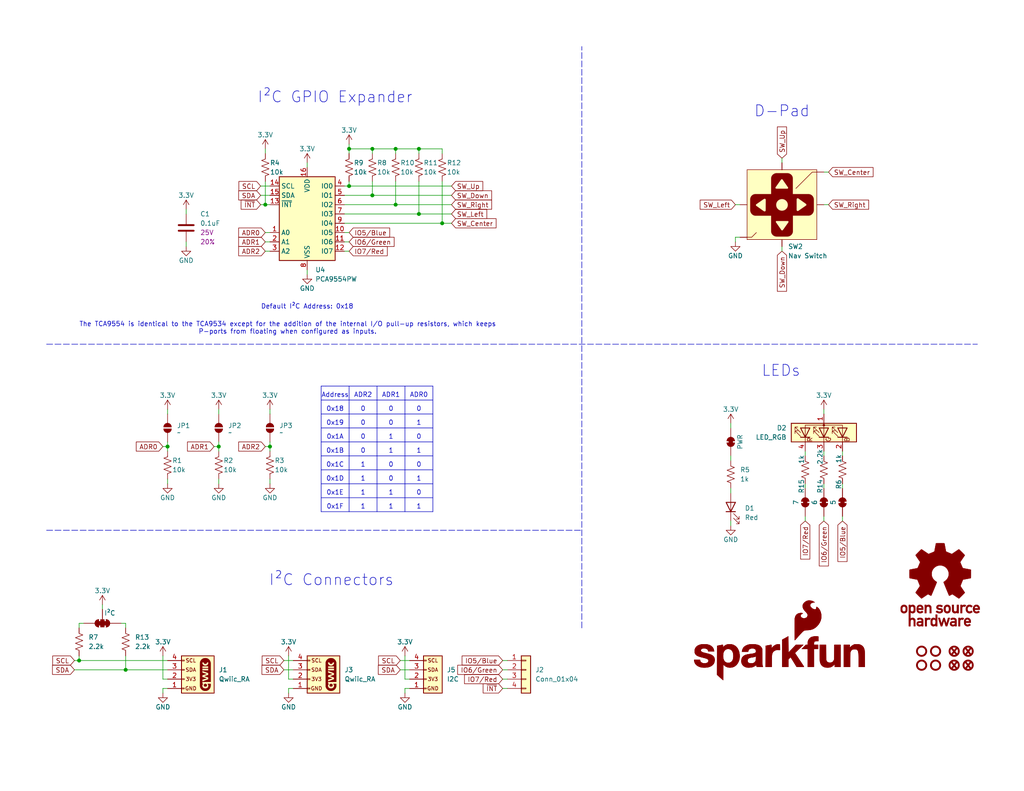
<source format=kicad_sch>
(kicad_sch (version 20231120) (generator "eeschema") (generator_version "8.0")
  (paper "USLetter")
  (title_block (title "SparkFun Qwiic Directional Pad") (date "2024-10-17") (rev "v11") (comment 1 "Designed by: N. Seidle"))
  (lib_symbols
    (symbol "SparkFun-Aesthetic:Fiducial_0.5mm"
      (symbol "Fiducial_0.5mm_1_1"
        (text "x" (at 0 0.254 0) (effects (font (size 2.5 2.5) (bold yes))))
      )
    )
    (symbol "SparkFun-Aesthetic:OSHW_Logo" (pin_names (offset 1.016)) (in_bom no))
    (symbol "SparkFun-Aesthetic:SparkFun_Logo" (pin_names (offset 1.016)) (on_board no))
    (symbol "SparkFun-Capacitor:0.1uF_0603_25V_20%" (pin_numbers hide) (pin_names (offset 0.254))
      (property "Reference" "C" (at 0.635 2.54 0))
      (property "Value" "0.1uF" (at 0.635 -2.54 0))
      (property "Voltage" "25V" (at 0 -6.35 0))
      (property "Tolerance" "20%" (at 0 -8.89 0))
      (symbol "0.1uF_0603_25V_20%_1_1"
        (pin passive line (at 0 3.81 270) (length 2.794) (name "~") (number "1"))
        (pin passive line (at 0 -3.81 90) (length 2.794) (name "~") (number "2"))
      )
    )
    (symbol "SparkFun-Connector:Conn_01x04" (pin_names (offset 1.016) hide)
      (property "Reference" "J" (at 0 5.08 0))
      (property "Value" "Conn_01x04" (at 0 -7.62 0))
      (symbol "Conn_01x04_1_1"
        (pin passive line (at -5.08 2.54 0) (length 3.81) (name "Pin_1") (number "1"))
        (pin passive line (at -5.08 0 0) (length 3.81) (name "Pin_2") (number "2"))
        (pin passive line (at -5.08 -2.54 0) (length 3.81) (name "Pin_3") (number "3"))
        (pin passive line (at -5.08 -5.08 0) (length 3.81) (name "Pin_4") (number "4"))
      )
    )
    (symbol "SparkFun-Connector:I2C_01x04" (pin_names (offset 1.016) hide)
      (property "Reference" "J" (at 0 5.08 0))
      (property "Value" "I2C" (at 0 -7.62 0))
      (symbol "I2C_01x04_1_1"
        (text "3V3" (at 1.27 -2.54 0) (effects (font (size 1 1))))
        (text "GND" (at 1.27 -5.08 0) (effects (font (size 1 1))))
        (text "SCL" (at 1.27 2.54 0) (effects (font (size 1 1))))
        (text "SDA" (at 1.27 0 0) (effects (font (size 1 1))))
        (pin passive line (at -5.08 -5.08 0) (length 3.81) (name "Pin_1") (number "1"))
        (pin passive line (at -5.08 -2.54 0) (length 3.81) (name "Pin_2") (number "2"))
        (pin passive line (at -5.08 0 0) (length 3.81) (name "Pin_3") (number "3"))
        (pin passive line (at -5.08 2.54 0) (length 3.81) (name "Pin_4") (number "4"))
      )
    )
    (symbol "SparkFun-Connector:Qwiic_Right_Angle" (pin_names (offset 1.016) hide)
      (property "Reference" "J" (at 0 5.08 0))
      (property "Value" "Qwiic_RA" (at 0 -7.62 0))
      (symbol "Qwiic_Right_Angle_1_1"
        (text "3V3" (at 1.27 -2.54 0) (effects (font (size 1 1))))
        (text "GND" (at 1.27 -5.08 0) (effects (font (size 1 1))))
        (text "SCL" (at 1.27 2.54 0) (effects (font (size 1 1))))
        (text "SDA" (at 1.27 0 0) (effects (font (size 1 1))))
        (pin passive line (at -5.08 -5.08 0) (length 3.81) (name "Pin_1") (number "1"))
        (pin passive line (at -5.08 -2.54 0) (length 3.81) (name "Pin_2") (number "2"))
        (pin passive line (at -5.08 0 0) (length 3.81) (name "Pin_3") (number "3"))
        (pin passive line (at -5.08 2.54 0) (length 3.81) (name "Pin_4") (number "4"))
        (pin no_connect line (at 5.08 3.81 270) (length 2.54) hide (name "NC") (number "NC1"))
        (pin no_connect line (at 6.35 3.81 270) (length 2.54) hide (name "NC") (number "NC2"))
      )
    )
    (symbol "SparkFun-Hardware:Standoff")
    (symbol "SparkFun-IC-Special-Function:PCA9554PW"
      (property "Reference" "U" (at -7.62 11.43 0))
      (property "Value" "PCA9554PW" (at 2.54 11.43 0))
      (symbol "PCA9554PW_1_1"
        (pin input line (at -10.16 -5.08 0) (length 2.54) (name "A0") (number "1"))
        (pin bidirectional line (at 10.16 -5.08 180) (length 2.54) (name "IO5") (number "10"))
        (pin bidirectional line (at 10.16 -7.62 180) (length 2.54) (name "IO6") (number "11"))
        (pin bidirectional line (at 10.16 -10.16 180) (length 2.54) (name "IO7") (number "12"))
        (pin output line (at -10.16 2.54 0) (length 2.54) (name "~{INT}") (number "13"))
        (pin input line (at -10.16 7.62 0) (length 2.54) (name "SCL") (number "14"))
        (pin bidirectional line (at -10.16 5.08 0) (length 2.54) (name "SDA") (number "15"))
        (pin power_in line (at 0 12.7 270) (length 2.54) (name "VDD") (number "16"))
        (pin input line (at -10.16 -7.62 0) (length 2.54) (name "A1") (number "2"))
        (pin input line (at -10.16 -10.16 0) (length 2.54) (name "A2") (number "3"))
        (pin bidirectional line (at 10.16 7.62 180) (length 2.54) (name "IO0") (number "4"))
        (pin bidirectional line (at 10.16 5.08 180) (length 2.54) (name "IO1") (number "5"))
        (pin bidirectional line (at 10.16 2.54 180) (length 2.54) (name "IO2") (number "6"))
        (pin bidirectional line (at 10.16 0 180) (length 2.54) (name "IO3") (number "7"))
        (pin power_in line (at 0 -15.24 90) (length 2.54) (name "VSS") (number "8"))
        (pin bidirectional line (at 10.16 -2.54 180) (length 2.54) (name "IO4") (number "9"))
      )
    )
    (symbol "SparkFun-Jumper:SolderJumper_2_Bridged" (pin_numbers hide) (pin_names (offset 0) hide)
      (property "Reference" "JP" (at 0 2.032 0))
      (property "Value" "~" (at 0 -2.54 0))
      (symbol "SolderJumper_2_Bridged_1_1"
        (pin passive line (at -3.81 0 0) (length 2.54) (name "A") (number "1"))
        (pin passive line (at 3.81 0 180) (length 2.54) (name "B") (number "2"))
      )
    )
    (symbol "SparkFun-Jumper:SolderJumper_2_Open" (pin_numbers hide) (pin_names (offset 0) hide)
      (property "Reference" "JP" (at 0 2.032 0))
      (property "Value" "~" (at 0 -2.54 0))
      (symbol "SolderJumper_2_Open_1_1"
        (pin passive line (at -3.81 0 0) (length 2.54) (name "A") (number "1"))
        (pin passive line (at 3.81 0 180) (length 2.54) (name "B") (number "2"))
      )
    )
    (symbol "SparkFun-Jumper:SolderJumper_3_Bridged123" (pin_numbers hide) (pin_names (offset 0) hide)
      (property "Reference" "JP" (at 0 2.54 0))
      (property "Value" "~" (at 3.81 1.27 0))
      (symbol "SolderJumper_3_Bridged123_1_1"
        (pin passive line (at -5.08 0 0) (length 2.54) (name "A") (number "1"))
        (pin passive line (at 0 -3.81 90) (length 2.54) (name "C") (number "2"))
        (pin passive line (at 5.08 0 180) (length 2.54) (name "B") (number "3"))
      )
    )
    (symbol "SparkFun-LED:LED_RGB_1205_Bottom" (pin_names (offset 0) hide)
      (property "Reference" "D" (at 0 10.16 0))
      (property "Value" "LED_RGB" (at 0 -10.16 0))
      (symbol "LED_RGB_1205_Bottom_0_0"
        (text "B" (at -1.905 -6.35 0) (effects (font (size 1.27 1.27))))
        (text "G" (at -1.905 -1.27 0) (effects (font (size 1.27 1.27))))
        (text "R" (at -1.905 3.81 0) (effects (font (size 1.27 1.27))))
      )
      (symbol "LED_RGB_1205_Bottom_1_1"
        (pin passive line (at 5.08 0 180) (length 2.54) (name "A") (number "1"))
        (pin passive line (at -5.08 -5.08 0) (length 2.54) (name "BK") (number "2"))
        (pin passive line (at -5.08 0 0) (length 2.54) (name "GK") (number "3"))
        (pin passive line (at -5.08 5.08 0) (length 2.54) (name "RK") (number "4"))
      )
    )
    (symbol "SparkFun-LED:LED_Red_0603" (pin_numbers hide) (pin_names (offset 1.016) hide)
      (property "Reference" "D" (at 0 2.54 0))
      (property "Value" "Red" (at 0 -2.54 0))
      (symbol "LED_Red_0603_1_1"
        (pin passive line (at -3.81 0 0) (length 2.54) (name "K") (number "1"))
        (pin passive line (at 3.81 0 180) (length 2.54) (name "A") (number "2"))
      )
    )
    (symbol "SparkFun-PowerSymbol:3.3V" (power) (pin_names (offset 0))
      (property "Value" "3.3V" (at 0 3.81 0))
      (symbol "3.3V_1_1"
        (pin power_in line (at 0 0 90) (length 0) hide (name "3.3V") (number "1"))
      )
    )
    (symbol "SparkFun-PowerSymbol:GND" (power) (pin_names (offset 0))
      (property "Value" "GND" (at 0 -3.81 0))
      (symbol "GND_1_1"
        (pin power_in line (at 0 0 270) (length 0) hide (name "GND") (number "1"))
      )
    )
    (symbol "SparkFun-Resistor:10k_0603" (pin_numbers hide) (pin_names (offset 0))
      (property "Reference" "R" (at 0 -2.54 0))
      (property "Value" "10k" (at 0 2.54 0))
      (symbol "10k_0603_1_1"
        (pin passive line (at 3.81 0 180) (length 1.27) (name "~") (number "1"))
        (pin passive line (at -3.81 0 0) (length 1.27) (name "~") (number "2"))
      )
    )
    (symbol "SparkFun-Resistor:1k_0603" (pin_numbers hide) (pin_names (offset 0))
      (property "Reference" "R" (at 0 -2.54 0))
      (property "Value" "1k" (at 0 2.54 0))
      (symbol "1k_0603_1_1"
        (pin passive line (at 3.81 0 180) (length 1.27) (name "~") (number "1"))
        (pin passive line (at -3.81 0 0) (length 1.27) (name "~") (number "2"))
      )
    )
    (symbol "SparkFun-Resistor:2.2k_0603" (pin_numbers hide) (pin_names (offset 0))
      (property "Reference" "R" (at 0 -2.54 0))
      (property "Value" "2.2k" (at 0 2.54 0))
      (symbol "2.2k_0603_1_1"
        (pin passive line (at 3.81 0 180) (length 1.27) (name "~") (number "1"))
        (pin passive line (at -3.81 0 0) (length 1.27) (name "~") (number "2"))
      )
    )
    (symbol "SparkFun-Switch:Navigation_5Way_SMD_9.9x9.9mm" (pin_numbers hide) (pin_names (offset 0) hide)
      (property "Reference" "SW" (at -8.255 10.795 0))
      (property "Value" "Nav Switch" (at 6.985 -10.795 0))
      (symbol "Navigation_5Way_SMD_9.9x9.9mm_1_1"
        (pin passive line (at 0 11.43 270) (length 1.905) (name "Up") (number "1"))
        (pin passive line (at -11.43 -8.89 0) (length 1.905) (name "GND") (number "10"))
        (pin passive line (at 11.43 0 180) (length 1.905) (name "Right") (number "2"))
        (pin passive line (at -11.43 -8.89 0) (length 1.905) hide (name "GND") (number "3"))
        (pin passive line (at 11.43 8.89 180) (length 1.905) (name "Center") (number "4"))
        (pin passive line (at 0 -11.43 90) (length 1.905) (name "Down") (number "5"))
        (pin passive line (at -11.43 -8.89 0) (length 1.905) hide (name "GND") (number "6"))
        (pin passive line (at -11.43 0 0) (length 1.905) (name "Left") (number "7"))
        (pin passive line (at -11.43 -8.89 0) (length 1.905) hide (name "GND") (number "8"))
        (pin passive line (at -11.43 -8.89 0) (length 1.905) hide (name "GND") (number "9"))
      )
    )
  )
  (junction (at 114.3 40.64))
  (junction (at 120.65 60.96))
  (junction (at 107.95 55.88))
  (junction (at 34.29 182.88))
  (junction (at 95.25 50.8))
  (junction (at 59.69 121.92))
  (junction (at 21.59 180.34))
  (junction (at 107.95 40.64))
  (junction (at 95.25 40.64))
  (junction (at 101.6 53.34))
  (junction (at 72.39 55.88))
  (junction (at 114.3 58.42))
  (junction (at 45.72 121.92))
  (junction (at 101.6 40.64))
  (junction (at 73.66 121.92))
  (wire (pts (xy 72.39 121.92) (xy 73.66 121.92)))
  (polyline (pts (xy 110.49 105.41) (xy 110.49 139.7)))
  (wire (pts (xy 114.3 40.64) (xy 114.3 41.91)))
  (wire (pts (xy 224.79 142.24) (xy 224.79 140.97)))
  (wire (pts (xy 21.59 170.18) (xy 21.59 171.45)))
  (wire (pts (xy 114.3 58.42) (xy 93.98 58.42)))
  (wire (pts (xy 33.02 170.18) (xy 34.29 170.18)))
  (wire (pts (xy 45.72 185.42) (xy 44.45 185.42)))
  (wire (pts (xy 73.66 121.92) (xy 73.66 120.65)))
  (wire (pts (xy 72.39 68.58) (xy 73.66 68.58)))
  (polyline (pts (xy 87.63 135.89) (xy 118.11 135.89)))
  (wire (pts (xy 72.39 40.64) (xy 72.39 41.91)))
  (polyline (pts (xy 87.63 105.41) (xy 87.63 139.7)))
  (wire (pts (xy 107.95 55.88) (xy 93.98 55.88)))
  (wire (pts (xy 77.47 180.34) (xy 80.01 180.34)))
  (wire (pts (xy 73.66 55.88) (xy 72.39 55.88)))
  (wire (pts (xy 95.25 63.5) (xy 93.98 63.5)))
  (wire (pts (xy 34.29 170.18) (xy 34.29 171.45)))
  (wire (pts (xy 95.25 49.53) (xy 95.25 50.8)))
  (wire (pts (xy 80.01 187.96) (xy 78.74 187.96)))
  (wire (pts (xy 71.12 50.8) (xy 73.66 50.8)))
  (wire (pts (xy 44.45 121.92) (xy 45.72 121.92)))
  (wire (pts (xy 22.86 170.18) (xy 21.59 170.18)))
  (wire (pts (xy 224.79 124.46) (xy 224.79 123.19)))
  (wire (pts (xy 45.72 132.08) (xy 45.72 130.81)))
  (wire (pts (xy 110.49 179.07) (xy 110.49 185.42)))
  (wire (pts (xy 123.19 58.42) (xy 114.3 58.42)))
  (wire (pts (xy 114.3 40.64) (xy 120.65 40.64)))
  (wire (pts (xy 101.6 40.64) (xy 101.6 41.91)))
  (wire (pts (xy 111.76 185.42) (xy 110.49 185.42)))
  (wire (pts (xy 27.94 165.1) (xy 27.94 166.37)))
  (wire (pts (xy 200.66 55.88) (xy 201.93 55.88)))
  (polyline (pts (xy 95.25 105.41) (xy 95.25 139.7)))
  (wire (pts (xy 95.25 40.64) (xy 101.6 40.64)))
  (wire (pts (xy 123.19 60.96) (xy 120.65 60.96)))
  (wire (pts (xy 213.36 68.58) (xy 213.36 67.31)))
  (polyline (pts (xy 118.11 139.7) (xy 118.11 105.41)))
  (wire (pts (xy 111.76 187.96) (xy 110.49 187.96)))
  (wire (pts (xy 137.16 182.88) (xy 138.43 182.88)))
  (wire (pts (xy 109.22 182.88) (xy 111.76 182.88)))
  (polyline (pts (xy 12.7 144.78) (xy 158.75 144.78)) (stroke (width 0) (type dash)))
  (wire (pts (xy 224.79 133.35) (xy 224.79 132.08)))
  (wire (pts (xy 224.79 111.76) (xy 224.79 113.03)))
  (wire (pts (xy 72.39 66.04) (xy 73.66 66.04)))
  (wire (pts (xy 219.71 124.46) (xy 219.71 123.19)))
  (polyline (pts (xy 87.63 105.41) (xy 88.9 105.41)))
  (wire (pts (xy 199.39 134.62) (xy 199.39 133.35)))
  (wire (pts (xy 45.72 121.92) (xy 45.72 120.65)))
  (wire (pts (xy 72.39 63.5) (xy 73.66 63.5)))
  (wire (pts (xy 229.87 133.35) (xy 229.87 132.08)))
  (wire (pts (xy 229.87 142.24) (xy 229.87 140.97)))
  (wire (pts (xy 101.6 49.53) (xy 101.6 53.34)))
  (wire (pts (xy 20.32 180.34) (xy 21.59 180.34)))
  (wire (pts (xy 226.06 55.88) (xy 224.79 55.88)))
  (wire (pts (xy 78.74 179.07) (xy 78.74 185.42)))
  (wire (pts (xy 20.32 182.88) (xy 34.29 182.88)))
  (wire (pts (xy 44.45 187.96) (xy 44.45 189.23)))
  (wire (pts (xy 34.29 182.88) (xy 45.72 182.88)))
  (wire (pts (xy 213.36 43.18) (xy 213.36 44.45)))
  (wire (pts (xy 123.19 50.8) (xy 95.25 50.8)))
  (polyline (pts (xy 87.63 113.03) (xy 118.11 113.03)))
  (wire (pts (xy 45.72 187.96) (xy 44.45 187.96)))
  (polyline (pts (xy 87.63 116.84) (xy 118.11 116.84)))
  (wire (pts (xy 58.42 121.92) (xy 59.69 121.92)))
  (wire (pts (xy 72.39 49.53) (xy 72.39 55.88)))
  (polyline (pts (xy 102.87 105.41) (xy 102.87 139.7)))
  (wire (pts (xy 199.39 125.73) (xy 199.39 124.46)))
  (wire (pts (xy 123.19 53.34) (xy 101.6 53.34)))
  (wire (pts (xy 219.71 133.35) (xy 219.71 132.08)))
  (wire (pts (xy 21.59 180.34) (xy 45.72 180.34)))
  (wire (pts (xy 107.95 40.64) (xy 114.3 40.64)))
  (wire (pts (xy 83.82 44.45) (xy 83.82 45.72)))
  (wire (pts (xy 78.74 187.96) (xy 78.74 189.23)))
  (wire (pts (xy 200.66 64.77) (xy 200.66 66.04)))
  (wire (pts (xy 137.16 180.34) (xy 138.43 180.34)))
  (wire (pts (xy 120.65 41.91) (xy 120.65 40.64)))
  (wire (pts (xy 21.59 179.07) (xy 21.59 180.34)))
  (polyline (pts (xy 12.7 93.98) (xy 139.7 93.98)) (stroke (width 0) (type dash)))
  (wire (pts (xy 59.69 123.19) (xy 59.69 121.92)))
  (wire (pts (xy 120.65 49.53) (xy 120.65 60.96)))
  (wire (pts (xy 224.79 46.99) (xy 226.06 46.99)))
  (wire (pts (xy 107.95 49.53) (xy 107.95 55.88)))
  (wire (pts (xy 95.25 50.8) (xy 93.98 50.8)))
  (polyline (pts (xy 87.63 128.27) (xy 118.11 128.27)))
  (wire (pts (xy 199.39 115.57) (xy 199.39 116.84)))
  (wire (pts (xy 109.22 180.34) (xy 111.76 180.34)))
  (polyline (pts (xy 87.63 109.22) (xy 118.11 109.22)))
  (wire (pts (xy 229.87 124.46) (xy 229.87 123.19)))
  (wire (pts (xy 44.45 179.07) (xy 44.45 185.42)))
  (wire (pts (xy 73.66 123.19) (xy 73.66 121.92)))
  (polyline (pts (xy 88.9 105.41) (xy 118.11 105.41)))
  (polyline (pts (xy 87.63 139.7) (xy 118.11 139.7)))
  (polyline (pts (xy 87.63 120.65) (xy 118.11 120.65)))
  (wire (pts (xy 107.95 40.64) (xy 107.95 41.91)))
  (wire (pts (xy 95.25 66.04) (xy 93.98 66.04)))
  (wire (pts (xy 73.66 132.08) (xy 73.66 130.81)))
  (wire (pts (xy 59.69 132.08) (xy 59.69 130.81)))
  (polyline (pts (xy 87.63 132.08) (xy 118.11 132.08)))
  (wire (pts (xy 199.39 142.24) (xy 199.39 143.51)))
  (wire (pts (xy 110.49 187.96) (xy 110.49 189.23)))
  (wire (pts (xy 77.47 182.88) (xy 80.01 182.88)))
  (wire (pts (xy 123.19 55.88) (xy 107.95 55.88)))
  (wire (pts (xy 120.65 60.96) (xy 93.98 60.96)))
  (wire (pts (xy 59.69 121.92) (xy 59.69 120.65)))
  (wire (pts (xy 59.69 111.76) (xy 59.69 113.03)))
  (wire (pts (xy 71.12 53.34) (xy 73.66 53.34)))
  (wire (pts (xy 219.71 142.24) (xy 219.71 140.97)))
  (wire (pts (xy 34.29 179.07) (xy 34.29 182.88)))
  (wire (pts (xy 50.8 57.15) (xy 50.8 58.42)))
  (wire (pts (xy 45.72 111.76) (xy 45.72 113.03)))
  (wire (pts (xy 73.66 111.76) (xy 73.66 113.03)))
  (wire (pts (xy 114.3 49.53) (xy 114.3 58.42)))
  (wire (pts (xy 50.8 67.31) (xy 50.8 66.04)))
  (wire (pts (xy 101.6 40.64) (xy 107.95 40.64)))
  (wire (pts (xy 83.82 74.93) (xy 83.82 73.66)))
  (wire (pts (xy 137.16 187.96) (xy 138.43 187.96)))
  (wire (pts (xy 71.12 55.88) (xy 72.39 55.88)))
  (wire (pts (xy 95.25 40.64) (xy 95.25 41.91)))
  (wire (pts (xy 80.01 185.42) (xy 78.74 185.42)))
  (wire (pts (xy 137.16 185.42) (xy 138.43 185.42)))
  (polyline (pts (xy 139.7 93.98) (xy 266.7 93.98)) (stroke (width 0) (type dash)))
  (wire (pts (xy 95.25 39.37) (xy 95.25 40.64)))
  (wire (pts (xy 45.72 123.19) (xy 45.72 121.92)))
  (wire (pts (xy 95.25 68.58) (xy 93.98 68.58)))
  (wire (pts (xy 101.6 53.34) (xy 93.98 53.34)))
  (polyline (pts (xy 87.63 124.46) (xy 118.11 124.46)))
  (wire (pts (xy 201.93 64.77) (xy 200.66 64.77)))
  (polyline (pts (xy 158.75 171.45) (xy 158.75 12.7)) (stroke (width 0) (type dash)))
  (text "1" (at 114.3 130.81 0) (effects (font (size 1.27 1.27))))
  (text "1" (at 99.06 127 0) (effects (font (size 1.27 1.27))))
  (text "0" (at 114.3 119.38 0) (effects (font (size 1.27 1.27))))
  (text "1" (at 114.3 123.19 0) (effects (font (size 1.27 1.27))))
  (text "1" (at 114.3 138.43 0) (effects (font (size 1.27 1.27))))
  (text "1" (at 99.06 130.81 0) (effects (font (size 1.27 1.27))))
  (text "0" (at 106.68 115.57 0) (effects (font (size 1.27 1.27))))
  (text "0" (at 106.68 127 0) (effects (font (size 1.27 1.27))))
  (text "Default I²C Address: 0x18" (at 83.82 83.82 0) (effects (font (size 1.27 1.27))))
  (text "1" (at 114.3 115.57 0) (effects (font (size 1.27 1.27))))
  (text "I²C GPIO Expander" (at 91.44 26.67 0) (effects (font (size 3 3))))
  (text "0x18" (at 91.44 111.76 0) (effects (font (size 1.27 1.27))))
  (text "0" (at 99.06 123.19 0) (effects (font (size 1.27 1.27))))
  (text "I²C Connectors" (at 90.424 158.496 0) (effects (font (size 3 3))))
  (text "0" (at 99.06 119.38 0) (effects (font (size 1.27 1.27))))
  (text "ADR2" (at 99.06 107.95 0) (effects (font (size 1.27 1.27))))
  (text "0" (at 106.68 130.81 0) (effects (font (size 1.27 1.27))))
  (text "0" (at 106.68 111.76 0) (effects (font (size 1.27 1.27))))
  (text "1" (at 106.68 138.43 0) (effects (font (size 1.27 1.27))))
  (text "ADR0" (at 114.3 107.95 0) (effects (font (size 1.27 1.27))))
  (text "0x1B" (at 91.44 123.19 0) (effects (font (size 1.27 1.27))))
  (text "The TCA9554 is identical to the TCA9534 except for the addition of the internal I/O pull-up resistors, which keeps\nP-ports from floating when configured as inputs." (at 78.486 89.662 0) (effects (font (size 1.27 1.27))))
  (text "0x1A" (at 91.44 119.38 0) (effects (font (size 1.27 1.27))))
  (text "1" (at 106.68 123.19 0) (effects (font (size 1.27 1.27))))
  (text "LEDs\n" (at 213.106 101.346 0) (effects (font (size 3 3))))
  (text "0x1D" (at 91.44 130.81 0) (effects (font (size 1.27 1.27))))
  (text "0" (at 114.3 134.62 0) (effects (font (size 1.27 1.27))))
  (text "0x1E" (at 91.44 134.62 0) (effects (font (size 1.27 1.27))))
  (text "0x1C" (at 91.44 127 0) (effects (font (size 1.27 1.27))))
  (text "0" (at 114.3 111.76 0) (effects (font (size 1.27 1.27))))
  (text "D-Pad" (at 213.36 30.48 0) (effects (font (size 3 3))))
  (text "0x1F" (at 91.44 138.43 0) (effects (font (size 1.27 1.27))))
  (text "ADR1" (at 106.68 107.95 0) (effects (font (size 1.27 1.27))))
  (text "1" (at 99.06 134.62 0) (effects (font (size 1.27 1.27))))
  (text "0x19" (at 91.44 115.57 0) (effects (font (size 1.27 1.27))))
  (text "1" (at 106.68 119.38 0) (effects (font (size 1.27 1.27))))
  (text "1" (at 99.06 138.43 0) (effects (font (size 1.27 1.27))))
  (text "1" (at 106.68 134.62 0) (effects (font (size 1.27 1.27))))
  (text "0" (at 99.06 111.76 0) (effects (font (size 1.27 1.27))))
  (text "0" (at 114.3 127 0) (effects (font (size 1.27 1.27))))
  (text "0" (at 99.06 115.57 0) (effects (font (size 1.27 1.27))))
  (text "Address" (at 91.44 107.95 0) (effects (font (size 1.27 1.27))))
  (global_label "SCL" (shape input) (at 71.12 50.8 180) (property "Intersheetrefs" "${INTERSHEET_REFS}" (effects (hide yes))))
  (global_label "ADR1" (shape input) (at 72.39 66.04 180) (property "Intersheetrefs" "${INTERSHEET_REFS}" (effects (hide yes))))
  (global_label "SW_Left" (shape input) (at 123.19 58.42 0) (property "Intersheetrefs" "${INTERSHEET_REFS}" (effects (hide yes))))
  (global_label "SDA" (shape input) (at 71.12 53.34 180) (property "Intersheetrefs" "${INTERSHEET_REFS}" (effects (hide yes))))
  (global_label "IO7{slash}Red" (shape input) (at 95.25 68.58 0) (property "Intersheetrefs" "${INTERSHEET_REFS}" (effects (hide yes))))
  (global_label "IO7{slash}Red" (shape input) (at 219.71 142.24 270) (property "Intersheetrefs" "${INTERSHEET_REFS}" (effects (hide yes))))
  (global_label "ADR0" (shape input) (at 72.39 63.5 180) (property "Intersheetrefs" "${INTERSHEET_REFS}" (effects (hide yes))))
  (global_label "ADR2" (shape input) (at 72.39 68.58 180) (property "Intersheetrefs" "${INTERSHEET_REFS}" (effects (hide yes))))
  (global_label "SDA" (shape input) (at 20.32 182.88 180) (property "Intersheetrefs" "${INTERSHEET_REFS}" (effects (hide yes))))
  (global_label "SCL" (shape input) (at 109.22 180.34 180) (property "Intersheetrefs" "${INTERSHEET_REFS}" (effects (hide yes))))
  (global_label "IO5{slash}Blue" (shape input) (at 137.16 180.34 180) (property "Intersheetrefs" "${INTERSHEET_REFS}" (effects (hide yes))))
  (global_label "~{INT}" (shape input) (at 71.12 55.88 180) (property "Intersheetrefs" "${INTERSHEET_REFS}" (effects (hide yes))))
  (global_label "SCL" (shape input) (at 20.32 180.34 180) (property "Intersheetrefs" "${INTERSHEET_REFS}" (effects (hide yes))))
  (global_label "SW_Right" (shape input) (at 123.19 55.88 0) (property "Intersheetrefs" "${INTERSHEET_REFS}" (effects (hide yes))))
  (global_label "SCL" (shape input) (at 77.47 180.34 180) (property "Intersheetrefs" "${INTERSHEET_REFS}" (effects (hide yes))))
  (global_label "IO6{slash}Green" (shape input) (at 137.16 182.88 180) (property "Intersheetrefs" "${INTERSHEET_REFS}" (effects (hide yes))))
  (global_label "SW_Right" (shape input) (at 226.06 55.88 0) (property "Intersheetrefs" "${INTERSHEET_REFS}" (effects (hide yes))))
  (global_label "ADR2" (shape input) (at 72.39 121.92 180) (property "Intersheetrefs" "${INTERSHEET_REFS}" (effects (hide yes))))
  (global_label "IO6{slash}Green" (shape input) (at 224.79 142.24 270) (property "Intersheetrefs" "${INTERSHEET_REFS}" (effects (hide yes))))
  (global_label "~{INT}" (shape input) (at 137.16 187.96 180) (property "Intersheetrefs" "${INTERSHEET_REFS}" (effects (hide yes))))
  (global_label "ADR1" (shape input) (at 58.42 121.92 180) (property "Intersheetrefs" "${INTERSHEET_REFS}" (effects (hide yes))))
  (global_label "ADR0" (shape input) (at 44.45 121.92 180) (property "Intersheetrefs" "${INTERSHEET_REFS}" (effects (hide yes))))
  (global_label "SDA" (shape input) (at 109.22 182.88 180) (property "Intersheetrefs" "${INTERSHEET_REFS}" (effects (hide yes))))
  (global_label "SW_Up" (shape input) (at 123.19 50.8 0) (property "Intersheetrefs" "${INTERSHEET_REFS}" (effects (hide yes))))
  (global_label "SW_Center" (shape input) (at 123.19 60.96 0) (property "Intersheetrefs" "${INTERSHEET_REFS}" (effects (hide yes))))
  (global_label "IO5{slash}Blue" (shape input) (at 95.25 63.5 0) (property "Intersheetrefs" "${INTERSHEET_REFS}" (effects (hide yes))))
  (global_label "SW_Down" (shape input) (at 213.36 68.58 270) (property "Intersheetrefs" "${INTERSHEET_REFS}" (effects (hide yes))))
  (global_label "SW_Center" (shape input) (at 226.06 46.99 0) (property "Intersheetrefs" "${INTERSHEET_REFS}" (effects (hide yes))))
  (global_label "SDA" (shape input) (at 77.47 182.88 180) (property "Intersheetrefs" "${INTERSHEET_REFS}" (effects (hide yes))))
  (global_label "IO7{slash}Red" (shape input) (at 137.16 185.42 180) (property "Intersheetrefs" "${INTERSHEET_REFS}" (effects (hide yes))))
  (global_label "SW_Left" (shape input) (at 200.66 55.88 180) (property "Intersheetrefs" "${INTERSHEET_REFS}" (effects (hide yes))))
  (global_label "SW_Up" (shape input) (at 213.36 43.18 90) (property "Intersheetrefs" "${INTERSHEET_REFS}" (effects (hide yes))))
  (global_label "IO6{slash}Green" (shape input) (at 95.25 66.04 0) (property "Intersheetrefs" "${INTERSHEET_REFS}" (effects (hide yes))))
  (global_label "IO5{slash}Blue" (shape input) (at 229.87 142.24 270) (property "Intersheetrefs" "${INTERSHEET_REFS}" (effects (hide yes))))
  (global_label "SW_Down" (shape input) (at 123.19 53.34 0) (property "Intersheetrefs" "${INTERSHEET_REFS}" (effects (hide yes))))
  (symbol (lib_id "SparkFun-Hardware:Standoff") (at 251.46 181.61 0) (unit 1)
    (property "Reference" "ST4" (effects (hide yes)))
    (property "Value" "Standoff" (effects (hide yes)))
    (property "Footprint" "SparkFun-Hardware:Standoff" (effects (hide yes)))
    (property "Description" "Drill holes for mechanically mounting via screws, standoffs, etc." (effects (hide yes)))
  )
  (symbol (lib_id "SparkFun-Resistor:2.2k_0603") (at 224.79 128.27 270) (unit 1)
    (property "Reference" "R14" (at 223.774 130.81 0) (effects (justify left)))
    (property "Value" "2.2k" (at 223.774 124.714 0))
    (property "Footprint" "SparkFun-Resistor:R_0603_1608Metric" (effects (hide yes)))
    (property "Datasheet" "https://www.vishay.com/docs/20035/dcrcwe3.pdf" (effects (hide yes)))
    (property "Description" "Resistor" (effects (hide yes)))
    (property "PROD_ID" "RES-08272" (effects (hide yes)))
  )
  (symbol (lib_id "SparkFun-Jumper:SolderJumper_2_Open") (at 73.66 116.84 90) (unit 1)
    (property "Reference" "JP3" (at 76.2 116.2049 90) (effects (justify right)))
    (property "Value" "~" (at 76.2 118.11 90) (effects (justify right)))
    (property "Footprint" "SparkFun-Jumper:Jumper_2_NO" (effects (hide yes)))
    (property "Description" "Solder Jumper, 2-pole, open" (effects (hide yes)))
  )
  (symbol (lib_id "SparkFun-PowerSymbol:GND") (at 50.8 67.31 0) (unit 1)
    (property "Reference" "#PWR015" (effects (hide yes)))
    (property "Value" "GND" (at 50.8 71.12 0))
    (property "Description" "Power symbol creates a global label with name \"GND\" , ground" (effects (hide yes)))
  )
  (symbol (lib_id "SparkFun-Resistor:10k_0603") (at 72.39 45.72 90) (mirror x) (unit 1)
    (property "Reference" "R4" (at 73.66 44.45 90) (effects (justify right)))
    (property "Value" "10k" (at 73.66 46.99 90) (effects (justify right)))
    (property "Footprint" "SparkFun-Resistor:R_0603_1608Metric" (effects (hide yes)))
    (property "Datasheet" "https://www.vishay.com/docs/20035/dcrcwe3.pdf" (effects (hide yes)))
    (property "Description" "Resistor" (effects (hide yes)))
    (property "PROD_ID" "RES-00824" (effects (hide yes)))
  )
  (symbol (lib_id "SparkFun-Aesthetic:SparkFun_Logo") (at 212.09 179.07 0) (unit 1) (on_board no)
    (property "Reference" "G5" (effects (hide yes)))
    (property "Value" "SparkFun_Logo" (effects (hide yes)))
    (property "Footprint" "SparkFun-Aesthetic:SparkFun_Logo_8mm" (effects (hide yes)))
  )
  (symbol (lib_id "SparkFun-LED:LED_Red_0603") (at 199.39 138.43 90) (unit 1)
    (property "Reference" "D1" (at 203.2 138.7475 90) (effects (justify right)))
    (property "Value" "Red" (at 203.2 141.2875 90) (effects (justify right)))
    (property "Footprint" "SparkFun-LED:LED_0603_1608Metric_Red" (effects (hide yes)))
    (property "Datasheet" "https://docs.broadcom.com/docs/AV02-0551EN" (effects (hide yes)))
    (property "Description" "Light emitting diode" (effects (hide yes)))
    (property "PROD_ID" "DIO-17976" (effects (hide yes)))
  )
  (symbol (lib_id "SparkFun-Resistor:10k_0603") (at 59.69 127 90) (mirror x) (unit 1)
    (property "Reference" "R2" (at 60.96 125.73 90) (effects (justify right)))
    (property "Value" "10k" (at 60.96 128.27 90) (effects (justify right)))
    (property "Footprint" "SparkFun-Resistor:R_0603_1608Metric" (effects (hide yes)))
    (property "Datasheet" "https://www.vishay.com/docs/20035/dcrcwe3.pdf" (effects (hide yes)))
    (property "Description" "Resistor" (effects (hide yes)))
    (property "PROD_ID" "RES-00824" (effects (hide yes)))
  )
  (symbol (lib_id "SparkFun-LED:LED_RGB_1205_Bottom") (at 224.79 118.11 90) (unit 1)
    (property "Reference" "D2" (at 214.63 116.8399 90) (effects (justify left)))
    (property "Value" "LED_RGB" (at 214.63 119.3799 90) (effects (justify left)))
    (property "Footprint" "SparkFun-LED:LED_1205_RGB_Bottom" (effects (hide yes)))
    (property "Datasheet" "https://cdn.sparkfun.com/assets/a/1/8/3/f/MEIHUA-MHT151RGBCT.pdf" (effects (hide yes)))
    (property "Description" "Tricolor LED, Common Anode" (effects (hide yes)))
    (property "PROD_ID" "LED-23358" (effects (hide yes)))
  )
  (symbol (lib_id "SparkFun-PowerSymbol:GND") (at 78.74 189.23 0) (unit 1)
    (property "Reference" "#PWR04" (effects (hide yes)))
    (property "Value" "GND" (at 78.74 193.04 0))
    (property "Description" "Power symbol creates a global label with name \"GND\" , ground" (effects (hide yes)))
  )
  (symbol (lib_id "SparkFun-PowerSymbol:3.3V") (at 45.72 111.76 0) (unit 1)
    (property "Reference" "#PWR06" (effects (hide yes)))
    (property "Value" "3.3V" (at 45.72 107.95 0))
    (property "Description" "Power symbol creates a global label with name \"3.3V\"" (effects (hide yes)))
  )
  (symbol (lib_id "SparkFun-PowerSymbol:GND") (at 199.39 143.51 0) (unit 1)
    (property "Reference" "#PWR014" (effects (hide yes)))
    (property "Value" "GND" (at 199.39 147.32 0))
    (property "Description" "Power symbol creates a global label with name \"GND\" , ground" (effects (hide yes)))
  )
  (symbol (lib_id "SparkFun-Resistor:1k_0603") (at 219.71 128.27 270) (unit 1)
    (property "Reference" "R15" (at 218.694 130.81 0) (effects (justify left)))
    (property "Value" "1k" (at 218.694 124.206 0) (effects (justify left)))
    (property "Footprint" "SparkFun-Resistor:R_0603_1608Metric" (effects (hide yes)))
    (property "Datasheet" "https://www.vishay.com/docs/20035/dcrcwe3.pdf" (effects (hide yes)))
    (property "Description" "Resistor" (effects (hide yes)))
    (property "PROD_ID" "RES-07856" (effects (hide yes)))
  )
  (symbol (lib_id "SparkFun-Aesthetic:Fiducial_0.5mm") (at 264.16 177.8 0) (unit 1)
    (property "Reference" "FID1" (effects (hide yes)))
    (property "Value" "Fiducial_0.5mm" (effects (hide yes)))
    (property "Footprint" "SparkFun-Aesthetic:Fiducial_0.5mm_Mask1mm" (effects (hide yes)))
    (property "Description" "Fiducial Marker" (effects (hide yes)))
  )
  (symbol (lib_id "SparkFun-Aesthetic:Fiducial_0.5mm") (at 264.16 181.61 0) (unit 1)
    (property "Reference" "FID4" (effects (hide yes)))
    (property "Value" "Fiducial_0.5mm" (effects (hide yes)))
    (property "Footprint" "SparkFun-Aesthetic:Fiducial_0.5mm_Mask1mm" (effects (hide yes)))
    (property "Description" "Fiducial Marker" (effects (hide yes)))
  )
  (symbol (lib_id "SparkFun-PowerSymbol:GND") (at 44.45 189.23 0) (unit 1)
    (property "Reference" "#PWR02" (effects (hide yes)))
    (property "Value" "GND" (at 44.45 193.04 0))
    (property "Description" "Power symbol creates a global label with name \"GND\" , ground" (effects (hide yes)))
  )
  (symbol (lib_id "SparkFun-Resistor:2.2k_0603") (at 34.29 175.26 90) (unit 1)
    (property "Reference" "R13" (at 36.83 173.9899 90) (effects (justify right)))
    (property "Value" "2.2k" (at 36.83 176.5299 90) (effects (justify right)))
    (property "Footprint" "SparkFun-Resistor:R_0603_1608Metric" (effects (hide yes)))
    (property "Datasheet" "https://www.vishay.com/docs/20035/dcrcwe3.pdf" (effects (hide yes)))
    (property "Description" "Resistor" (effects (hide yes)))
    (property "PROD_ID" "RES-08272" (effects (hide yes)))
  )
  (symbol (lib_id "SparkFun-Switch:Navigation_5Way_SMD_9.9x9.9mm") (at 213.36 55.88 0) (unit 1)
    (property "Reference" "SW2" (at 215.0111 67.31 0) (effects (justify left)))
    (property "Value" "Nav Switch" (at 215.0111 69.85 0) (effects (justify left)))
    (property "Footprint" "SparkFun-Switch:Navigation_SMD_9.9x9.9mm" (effects (hide yes)))
    (property "Datasheet" "https://cdn.sparkfun.com/datasheets/Components/Switches/N301102.pdf" (effects (hide yes)))
    (property "Description" "Directional Pad" (effects (hide yes)))
    (property "PROD_ID" "SWCH-23356" (effects (hide yes)))
  )
  (symbol (lib_id "SparkFun-PowerSymbol:3.3V") (at 199.39 115.57 0) (unit 1)
    (property "Reference" "#PWR013" (effects (hide yes)))
    (property "Value" "3.3V" (at 199.39 111.76 0))
    (property "Description" "Power symbol creates a global label with name \"3.3V\"" (effects (hide yes)))
  )
  (symbol (lib_id "SparkFun-PowerSymbol:GND") (at 45.72 132.08 0) (unit 1)
    (property "Reference" "#PWR08" (effects (hide yes)))
    (property "Value" "GND" (at 45.72 135.89 0))
    (property "Description" "Power symbol creates a global label with name \"GND\" , ground" (effects (hide yes)))
  )
  (symbol (lib_id "SparkFun-Hardware:Standoff") (at 255.27 181.61 0) (unit 1)
    (property "Reference" "ST2" (effects (hide yes)))
    (property "Value" "Standoff" (effects (hide yes)))
    (property "Footprint" "SparkFun-Hardware:Standoff" (effects (hide yes)))
    (property "Description" "Drill holes for mechanically mounting via screws, standoffs, etc." (effects (hide yes)))
  )
  (symbol (lib_id "SparkFun-Connector:Qwiic_Right_Angle") (at 50.8 182.88 0) (unit 1)
    (property "Reference" "J1" (at 59.69 182.8799 0) (effects (justify left)))
    (property "Value" "Qwiic_RA" (at 59.69 185.4199 0) (effects (justify left)))
    (property "Footprint" "SparkFun-Connector:JST_SMD_1.0mm-4_RA" (effects (hide yes)))
    (property "Datasheet" "https://www.jst-mfg.com/product/pdf/eng/eSH.pdf" (effects (hide yes)))
    (property "Description" "4 pin JST 1mm polarized connector for I2C" (effects (hide yes)))
    (property "PROD_ID" "CONN-13694" (effects (hide yes)))
  )
  (symbol (lib_id "SparkFun-Aesthetic:OSHW_Logo") (at 256.54 163.83 0) (unit 1) (in_bom no)
    (property "Reference" "G1" (effects (hide yes)))
    (property "Value" "OSHW_Logo" (effects (hide yes)))
    (property "Footprint" "SparkFun-Aesthetic:Creative_Commons_License" (effects (hide yes)))
  )
  (symbol (lib_id "SparkFun-Hardware:Standoff") (at 251.46 177.8 0) (unit 1)
    (property "Reference" "ST3" (effects (hide yes)))
    (property "Value" "Standoff" (effects (hide yes)))
    (property "Footprint" "SparkFun-Hardware:Standoff" (effects (hide yes)))
    (property "Description" "Drill holes for mechanically mounting via screws, standoffs, etc." (effects (hide yes)))
  )
  (symbol (lib_id "SparkFun-PowerSymbol:3.3V") (at 44.45 179.07 0) (unit 1)
    (property "Reference" "#PWR01" (effects (hide yes)))
    (property "Value" "3.3V" (at 44.45 175.26 0))
    (property "Description" "Power symbol creates a global label with name \"3.3V\"" (effects (hide yes)))
  )
  (symbol (lib_id "SparkFun-Resistor:10k_0603") (at 101.6 45.72 90) (mirror x) (unit 1)
    (property "Reference" "R8" (at 102.87 44.45 90) (effects (justify right)))
    (property "Value" "10k" (at 102.87 46.99 90) (effects (justify right)))
    (property "Footprint" "SparkFun-Resistor:R_0603_1608Metric" (effects (hide yes)))
    (property "Datasheet" "https://www.vishay.com/docs/20035/dcrcwe3.pdf" (effects (hide yes)))
    (property "Description" "Resistor" (effects (hide yes)))
    (property "PROD_ID" "RES-00824" (effects (hide yes)))
  )
  (symbol (lib_id "SparkFun-PowerSymbol:3.3V") (at 72.39 40.64 0) (unit 1)
    (property "Reference" "#PWR048" (effects (hide yes)))
    (property "Value" "3.3V" (at 72.39 36.83 0))
    (property "Description" "Power symbol creates a global label with name \"3.3V\"" (effects (hide yes)))
  )
  (symbol (lib_id "SparkFun-Hardware:Standoff") (at 255.27 177.8 0) (unit 1)
    (property "Reference" "ST1" (effects (hide yes)))
    (property "Value" "Standoff" (effects (hide yes)))
    (property "Footprint" "SparkFun-Hardware:Standoff" (effects (hide yes)))
    (property "Description" "Drill holes for mechanically mounting via screws, standoffs, etc." (effects (hide yes)))
  )
  (symbol (lib_id "SparkFun-PowerSymbol:GND") (at 110.49 189.23 0) (unit 1)
    (property "Reference" "#PWR07" (effects (hide yes)))
    (property "Value" "GND" (at 110.49 193.04 0))
    (property "Description" "Power symbol creates a global label with name \"GND\" , ground" (effects (hide yes)))
  )
  (symbol (lib_id "SparkFun-PowerSymbol:GND") (at 83.82 74.93 0) (unit 1)
    (property "Reference" "#PWR045" (effects (hide yes)))
    (property "Value" "GND" (at 83.82 78.74 0))
    (property "Description" "Power symbol creates a global label with name \"GND\" , ground" (effects (hide yes)))
  )
  (symbol (lib_id "SparkFun-Resistor:10k_0603") (at 73.66 127 90) (mirror x) (unit 1)
    (property "Reference" "R3" (at 74.93 125.73 90) (effects (justify right)))
    (property "Value" "10k" (at 74.93 128.27 90) (effects (justify right)))
    (property "Footprint" "SparkFun-Resistor:R_0603_1608Metric" (effects (hide yes)))
    (property "Datasheet" "https://www.vishay.com/docs/20035/dcrcwe3.pdf" (effects (hide yes)))
    (property "Description" "Resistor" (effects (hide yes)))
    (property "PROD_ID" "RES-00824" (effects (hide yes)))
  )
  (symbol (lib_id "SparkFun-PowerSymbol:GND") (at 59.69 132.08 0) (unit 1)
    (property "Reference" "#PWR010" (effects (hide yes)))
    (property "Value" "GND" (at 59.69 135.89 0))
    (property "Description" "Power symbol creates a global label with name \"GND\" , ground" (effects (hide yes)))
  )
  (symbol (lib_id "SparkFun-Jumper:SolderJumper_2_Bridged") (at 229.87 137.16 270) (unit 1)
    (property "Reference" "JP5" (effects (hide yes)))
    (property "Value" "5" (at 227.33 137.16 0))
    (property "Footprint" "SparkFun-Jumper:Jumper_2_NC_Trace" (effects (hide yes)))
    (property "Description" "Solder Jumper, 2-pole, closed/bridged" (effects (hide yes)))
  )
  (symbol (lib_id "SparkFun-Resistor:10k_0603") (at 45.72 127 90) (mirror x) (unit 1)
    (property "Reference" "R1" (at 46.99 125.73 90) (effects (justify right)))
    (property "Value" "10k" (at 46.99 128.27 90) (effects (justify right)))
    (property "Footprint" "SparkFun-Resistor:R_0603_1608Metric" (effects (hide yes)))
    (property "Datasheet" "https://www.vishay.com/docs/20035/dcrcwe3.pdf" (effects (hide yes)))
    (property "Description" "Resistor" (effects (hide yes)))
    (property "PROD_ID" "RES-00824" (effects (hide yes)))
  )
  (symbol (lib_id "SparkFun-Jumper:SolderJumper_2_Open") (at 59.69 116.84 90) (unit 1)
    (property "Reference" "JP2" (at 62.23 116.2049 90) (effects (justify right)))
    (property "Value" "~" (at 62.23 118.11 90) (effects (justify right)))
    (property "Footprint" "SparkFun-Jumper:Jumper_2_NO" (effects (hide yes)))
    (property "Description" "Solder Jumper, 2-pole, open" (effects (hide yes)))
  )
  (symbol (lib_id "SparkFun-Resistor:1k_0603") (at 229.87 128.27 270) (unit 1)
    (property "Reference" "R6" (at 228.854 133.604 0) (effects (justify right)))
    (property "Value" "1k" (at 228.854 126.492 0) (effects (justify right)))
    (property "Footprint" "SparkFun-Resistor:R_0603_1608Metric" (effects (hide yes)))
    (property "Datasheet" "https://www.vishay.com/docs/20035/dcrcwe3.pdf" (effects (hide yes)))
    (property "Description" "Resistor" (effects (hide yes)))
    (property "PROD_ID" "RES-07856" (effects (hide yes)))
  )
  (symbol (lib_id "SparkFun-Capacitor:0.1uF_0603_25V_20%") (at 50.8 62.23 0) (unit 1)
    (property "Reference" "C1" (at 54.61 58.4199 0) (effects (justify left)))
    (property "Value" "0.1uF" (at 54.61 60.9599 0) (effects (justify left)))
    (property "Footprint" "SparkFun-Capacitor:C_0603_1608Metric" (effects (hide yes)))
    (property "Datasheet" "https://cdn.sparkfun.com/assets/8/a/4/a/5/Kemet_Capacitor_Datasheet.pdf" (effects (hide yes)))
    (property "Description" "Unpolarized capacitor" (effects (hide yes)))
    (property "PROD_ID" "CAP-00810" (effects (hide yes)))
    (property "Voltage" "25V" (at 54.61 63.4999 0) (effects (justify left)))
    (property "Tolerance" "20%" (at 54.61 66.0399 0) (effects (justify left)))
  )
  (symbol (lib_id "SparkFun-Resistor:10k_0603") (at 95.25 45.72 90) (mirror x) (unit 1)
    (property "Reference" "R9" (at 96.52 44.45 90) (effects (justify right)))
    (property "Value" "10k" (at 96.52 46.99 90) (effects (justify right)))
    (property "Footprint" "SparkFun-Resistor:R_0603_1608Metric" (effects (hide yes)))
    (property "Datasheet" "https://www.vishay.com/docs/20035/dcrcwe3.pdf" (effects (hide yes)))
    (property "Description" "Resistor" (effects (hide yes)))
    (property "PROD_ID" "RES-00824" (effects (hide yes)))
  )
  (symbol (lib_id "SparkFun-Jumper:SolderJumper_3_Bridged123") (at 27.94 170.18 180) (unit 1)
    (property "Reference" "JP6" (effects (hide yes)))
    (property "Value" "I²C" (at 29.972 167.386 0))
    (property "Footprint" "SparkFun-Jumper:Jumper_3_NC-2_Trace" (effects (hide yes)))
    (property "Description" "Solder Jumper, 3-pole, pins 1+2+3 closed/bridged" (effects (hide yes)))
  )
  (symbol (lib_id "SparkFun-Resistor:10k_0603") (at 107.95 45.72 90) (mirror x) (unit 1)
    (property "Reference" "R10" (at 109.22 44.45 90) (effects (justify right)))
    (property "Value" "10k" (at 109.22 46.99 90) (effects (justify right)))
    (property "Footprint" "SparkFun-Resistor:R_0603_1608Metric" (effects (hide yes)))
    (property "Datasheet" "https://www.vishay.com/docs/20035/dcrcwe3.pdf" (effects (hide yes)))
    (property "Description" "Resistor" (effects (hide yes)))
    (property "PROD_ID" "RES-00824" (effects (hide yes)))
  )
  (symbol (lib_id "SparkFun-Resistor:10k_0603") (at 120.65 45.72 90) (mirror x) (unit 1)
    (property "Reference" "R12" (at 121.92 44.45 90) (effects (justify right)))
    (property "Value" "10k" (at 121.92 46.99 90) (effects (justify right)))
    (property "Footprint" "SparkFun-Resistor:R_0603_1608Metric" (effects (hide yes)))
    (property "Datasheet" "https://www.vishay.com/docs/20035/dcrcwe3.pdf" (effects (hide yes)))
    (property "Description" "Resistor" (effects (hide yes)))
    (property "PROD_ID" "RES-00824" (effects (hide yes)))
  )
  (symbol (lib_id "SparkFun-Connector:Qwiic_Right_Angle") (at 85.09 182.88 0) (unit 1)
    (property "Reference" "J3" (at 93.98 182.8799 0) (effects (justify left)))
    (property "Value" "Qwiic_RA" (at 93.98 185.4199 0) (effects (justify left)))
    (property "Footprint" "SparkFun-Connector:JST_SMD_1.0mm-4_RA" (effects (hide yes)))
    (property "Datasheet" "https://www.jst-mfg.com/product/pdf/eng/eSH.pdf" (effects (hide yes)))
    (property "Description" "4 pin JST 1mm polarized connector for I2C" (effects (hide yes)))
    (property "PROD_ID" "CONN-13694" (effects (hide yes)))
  )
  (symbol (lib_id "SparkFun-PowerSymbol:3.3V") (at 95.25 39.37 0) (unit 1)
    (property "Reference" "#PWR046" (effects (hide yes)))
    (property "Value" "3.3V" (at 95.25 35.56 0))
    (property "Description" "Power symbol creates a global label with name \"3.3V\"" (effects (hide yes)))
  )
  (symbol (lib_id "SparkFun-Jumper:SolderJumper_2_Open") (at 45.72 116.84 90) (unit 1)
    (property "Reference" "JP1" (at 48.26 116.2049 90) (effects (justify right)))
    (property "Value" "~" (at 48.26 118.11 90) (effects (justify right)))
    (property "Footprint" "SparkFun-Jumper:Jumper_2_NO" (effects (hide yes)))
    (property "Description" "Solder Jumper, 2-pole, open" (effects (hide yes)))
  )
  (symbol (lib_id "SparkFun-PowerSymbol:3.3V") (at 110.49 179.07 0) (unit 1)
    (property "Reference" "#PWR05" (effects (hide yes)))
    (property "Value" "3.3V" (at 110.49 175.26 0))
    (property "Description" "Power symbol creates a global label with name \"3.3V\"" (effects (hide yes)))
  )
  (symbol (lib_id "SparkFun-Aesthetic:SparkFun_Logo") (at 212.09 179.07 0) (unit 1) (on_board no)
    (property "Reference" "G3" (effects (hide yes)))
    (property "Value" "SparkFun_Logo" (effects (hide yes)))
  )
  (symbol (lib_id "SparkFun-Aesthetic:Fiducial_0.5mm") (at 260.35 177.8 0) (unit 1)
    (property "Reference" "FID2" (effects (hide yes)))
    (property "Value" "Fiducial_0.5mm" (effects (hide yes)))
    (property "Footprint" "SparkFun-Aesthetic:Fiducial_0.5mm_Mask1mm" (effects (hide yes)))
    (property "Description" "Fiducial Marker" (effects (hide yes)))
  )
  (symbol (lib_id "SparkFun-IC-Special-Function:PCA9554PW") (at 83.82 58.42 0) (unit 1)
    (property "Reference" "U4" (at 86.0141 73.66 0) (effects (justify left)))
    (property "Value" "PCA9554PW" (at 86.0141 76.2 0) (effects (justify left)))
    (property "Footprint" "SparkFun-Semiconductor-Standard:TSSOP-16_4.4x5mm_P0.65mm" (effects (hide yes)))
    (property "Datasheet" "https://www.ti.com/lit/ds/symlink/tca9554.pdf" (effects (hide yes)))
    (property "Description" "8-bit I2C-bus and SMBus I/O port with interrupt, TSSOP-16" (effects (hide yes)))
    (property "PROD_ID" "IC-23589" (effects (hide yes)))
  )
  (symbol (lib_id "SparkFun-PowerSymbol:GND") (at 200.66 66.04 0) (unit 1)
    (property "Reference" "#PWR030" (effects (hide yes)))
    (property "Value" "GND" (at 200.66 69.85 0))
    (property "Description" "Power symbol creates a global label with name \"GND\" , ground" (effects (hide yes)))
  )
  (symbol (lib_id "SparkFun-PowerSymbol:3.3V") (at 27.94 165.1 0) (unit 1)
    (property "Reference" "#PWR018" (effects (hide yes)))
    (property "Value" "3.3V" (at 27.94 161.29 0))
    (property "Description" "Power symbol creates a global label with name \"3.3V\"" (effects (hide yes)))
  )
  (symbol (lib_id "SparkFun-Jumper:SolderJumper_2_Bridged") (at 224.79 137.16 270) (unit 1)
    (property "Reference" "JP7" (effects (hide yes)))
    (property "Value" "6" (at 222.25 137.16 0))
    (property "Footprint" "SparkFun-Jumper:Jumper_2_NC_Trace" (effects (hide yes)))
    (property "Description" "Solder Jumper, 2-pole, closed/bridged" (effects (hide yes)))
  )
  (symbol (lib_id "SparkFun-PowerSymbol:GND") (at 73.66 132.08 0) (unit 1)
    (property "Reference" "#PWR012" (effects (hide yes)))
    (property "Value" "GND" (at 73.66 135.89 0))
    (property "Description" "Power symbol creates a global label with name \"GND\" , ground" (effects (hide yes)))
  )
  (symbol (lib_id "SparkFun-Resistor:1k_0603") (at 199.39 129.54 90) (unit 1)
    (property "Reference" "R5" (at 201.93 128.2699 90) (effects (justify right)))
    (property "Value" "1k" (at 201.93 130.8099 90) (effects (justify right)))
    (property "Footprint" "SparkFun-Resistor:R_0603_1608Metric" (effects (hide yes)))
    (property "Datasheet" "https://www.vishay.com/docs/20035/dcrcwe3.pdf" (effects (hide yes)))
    (property "Description" "Resistor" (effects (hide yes)))
    (property "PROD_ID" "RES-07856" (effects (hide yes)))
  )
  (symbol (lib_id "SparkFun-PowerSymbol:3.3V") (at 224.79 111.76 0) (unit 1)
    (property "Reference" "#PWR019" (effects (hide yes)))
    (property "Value" "3.3V" (at 224.79 107.95 0))
    (property "Description" "Power symbol creates a global label with name \"3.3V\"" (effects (hide yes)))
  )
  (symbol (lib_id "SparkFun-Resistor:10k_0603") (at 114.3 45.72 90) (mirror x) (unit 1)
    (property "Reference" "R11" (at 115.57 44.45 90) (effects (justify right)))
    (property "Value" "10k" (at 115.57 46.99 90) (effects (justify right)))
    (property "Footprint" "SparkFun-Resistor:R_0603_1608Metric" (effects (hide yes)))
    (property "Datasheet" "https://www.vishay.com/docs/20035/dcrcwe3.pdf" (effects (hide yes)))
    (property "Description" "Resistor" (effects (hide yes)))
    (property "PROD_ID" "RES-00824" (effects (hide yes)))
  )
  (symbol (lib_id "SparkFun-Aesthetic:Fiducial_0.5mm") (at 260.35 181.61 0) (unit 1)
    (property "Reference" "FID3" (effects (hide yes)))
    (property "Value" "Fiducial_0.5mm" (effects (hide yes)))
    (property "Footprint" "SparkFun-Aesthetic:Fiducial_0.5mm_Mask1mm" (effects (hide yes)))
    (property "Description" "Fiducial Marker" (effects (hide yes)))
  )
  (symbol (lib_id "SparkFun-Jumper:SolderJumper_2_Bridged") (at 199.39 120.65 90) (unit 1)
    (property "Reference" "JP4" (effects (hide yes)))
    (property "Value" "PWR" (at 201.93 120.65 0))
    (property "Footprint" "SparkFun-Jumper:Jumper_2_NC_Trace" (effects (hide yes)))
    (property "Description" "Solder Jumper, 2-pole, closed/bridged" (effects (hide yes)))
  )
  (symbol (lib_id "SparkFun-PowerSymbol:3.3V") (at 78.74 179.07 0) (unit 1)
    (property "Reference" "#PWR03" (effects (hide yes)))
    (property "Value" "3.3V" (at 78.74 175.26 0))
    (property "Description" "Power symbol creates a global label with name \"3.3V\"" (effects (hide yes)))
  )
  (symbol (lib_id "SparkFun-PowerSymbol:3.3V") (at 83.82 44.45 0) (unit 1)
    (property "Reference" "#PWR047" (effects (hide yes)))
    (property "Value" "3.3V" (at 83.82 40.64 0))
    (property "Description" "Power symbol creates a global label with name \"3.3V\"" (effects (hide yes)))
  )
  (symbol (lib_id "SparkFun-Connector:Conn_01x04") (at 143.51 182.88 0) (unit 1)
    (property "Reference" "J2" (at 146.05 182.8799 0) (effects (justify left)))
    (property "Value" "Conn_01x04" (at 146.05 185.4199 0) (effects (justify left)))
    (property "Footprint" "SparkFun-Connector:1x04" (effects (hide yes)))
    (property "Description" "Generic connector, single row, 01x04, script generated (kicad-library-utils/schlib/autogen/connector/)" (effects (hide yes)))
  )
  (symbol (lib_id "SparkFun-Jumper:SolderJumper_2_Bridged") (at 219.71 137.16 270) (unit 1)
    (property "Reference" "JP8" (effects (hide yes)))
    (property "Value" "7" (at 217.17 137.16 0))
    (property "Footprint" "SparkFun-Jumper:Jumper_2_NC_Trace" (effects (hide yes)))
    (property "Description" "Solder Jumper, 2-pole, closed/bridged" (effects (hide yes)))
  )
  (symbol (lib_id "SparkFun-Resistor:2.2k_0603") (at 21.59 175.26 90) (unit 1)
    (property "Reference" "R7" (at 24.13 173.9899 90) (effects (justify right)))
    (property "Value" "2.2k" (at 24.13 176.5299 90) (effects (justify right)))
    (property "Footprint" "SparkFun-Resistor:R_0603_1608Metric" (effects (hide yes)))
    (property "Datasheet" "https://www.vishay.com/docs/20035/dcrcwe3.pdf" (effects (hide yes)))
    (property "Description" "Resistor" (effects (hide yes)))
    (property "PROD_ID" "RES-08272" (effects (hide yes)))
  )
  (symbol (lib_id "SparkFun-PowerSymbol:3.3V") (at 73.66 111.76 0) (unit 1)
    (property "Reference" "#PWR011" (effects (hide yes)))
    (property "Value" "3.3V" (at 73.66 107.95 0))
    (property "Description" "Power symbol creates a global label with name \"3.3V\"" (effects (hide yes)))
  )
  (symbol (lib_id "SparkFun-Connector:I2C_01x04") (at 116.84 182.88 0) (unit 1)
    (property "Reference" "J5" (at 121.92 182.8799 0) (effects (justify left)))
    (property "Value" "I2C" (at 121.92 185.4199 0) (effects (justify left)))
    (property "Footprint" "SparkFun-Connector:1x04" (effects (hide yes)))
    (property "Description" "Coomon 4 pin PTH connector for I2C" (effects (hide yes)))
  )
  (symbol (lib_id "SparkFun-PowerSymbol:3.3V") (at 50.8 57.15 0) (unit 1)
    (property "Reference" "#PWR016" (effects (hide yes)))
    (property "Value" "3.3V" (at 50.8 53.34 0))
    (property "Description" "Power symbol creates a global label with name \"3.3V\"" (effects (hide yes)))
  )
  (symbol (lib_id "SparkFun-PowerSymbol:3.3V") (at 59.69 111.76 0) (unit 1)
    (property "Reference" "#PWR09" (effects (hide yes)))
    (property "Value" "3.3V" (at 59.69 107.95 0))
    (property "Description" "Power symbol creates a global label with name \"3.3V\"" (effects (hide yes)))
  )
)
</source>
